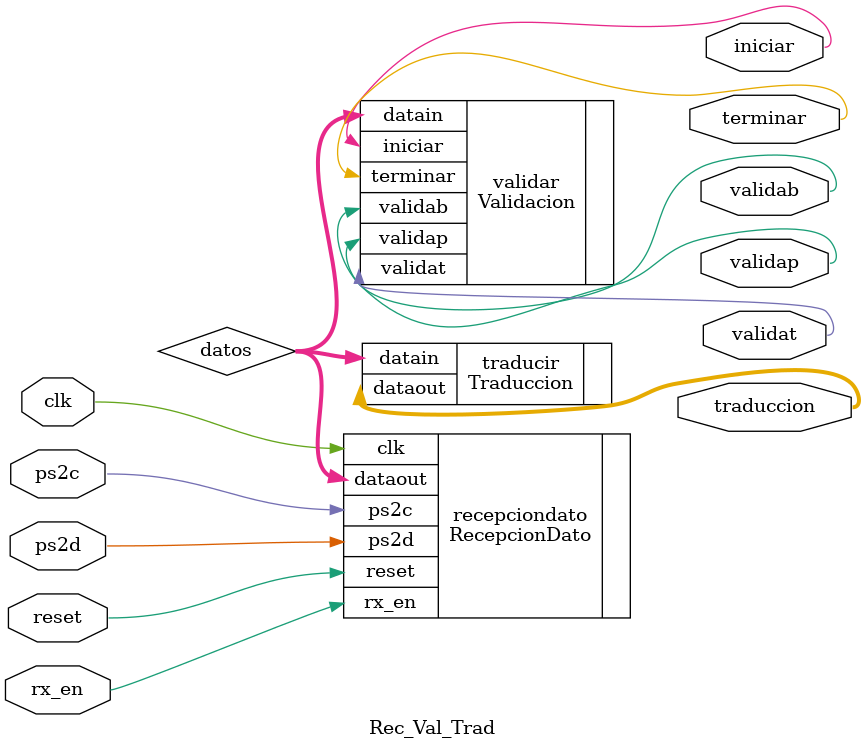
<source format=v>
`timescale 1ns / 1ps
module Rec_Val_Trad(input wire clk, reset,
input wire ps2d, ps2c, rx_en,
output wire validat,validap,validab, iniciar,terminar,
output wire [6:0] traduccion
 
    );
	 
	 
wire [7:0] datos;
wire s;
RecepcionDato recepciondato(.clk(clk), .reset(reset),.ps2d(ps2d), .ps2c(ps2c), .rx_en(rx_en),.dataout(datos)); 
Validacion validar (.datain(datos),.validat(validat),.validap(validap),
.validab(validab),.iniciar(iniciar),.terminar(terminar));
Traduccion traducir( .datain(datos), .dataout(traduccion));
	 

 

endmodule

</source>
